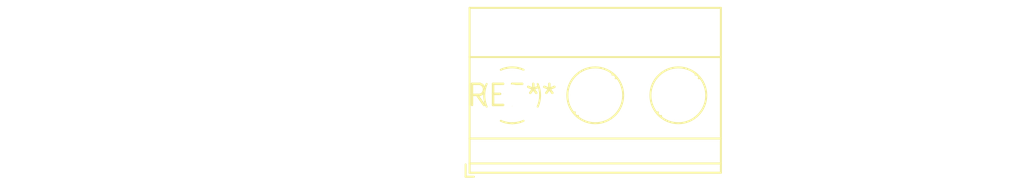
<source format=kicad_pcb>
(kicad_pcb (version 20240108) (generator pcbnew)
  (layers (0 "F.Cu" signal) (31 "B.Cu" signal) (34 "B.Paste" user) (35 "F.Paste" user) (36 "B.SilkS" user "B.Silkscreen") (37 "F.SilkS" user "F.Silkscreen") (38 "B.Mask" user) (39 "F.Mask" user) (44 "Edge.Cuts" user))
  (net 0 "")
  (footprint "TerminalBlock_Phoenix_MKDS-1,5-3_1x03_P5.00mm_Horizontal" (layer "F.Cu") (at 0 0)
    (property "Reference" "REF**")
    (property "Value" "TerminalBlock_Phoenix_MKDS-1,5-3_1x03_P5.00mm_Horizontal")
    (fp_line (start -2.8 4.16) (end -2.8 4.9) (layer "F.SilkS") (stroke (width 0.12)))
    (fp_line (start -2.8 4.9) (end -2.3 4.9) (layer "F.SilkS") (stroke (width 0.12)))
    (fp_line (start -2.56 -5.261) (end -2.56 4.66) (layer "F.SilkS") (stroke (width 0.12)))
    (fp_line (start -2.56 -5.261) (end 12.56 -5.261) (layer "F.SilkS") (stroke (width 0.12)))
    (fp_line (start -2.56 -2.301) (end 12.56 -2.301) (layer "F.SilkS") (stroke (width 0.12)))
    (fp_line (start -2.56 2.6) (end 12.56 2.6) (layer "F.SilkS") (stroke (width 0.12)))
    (fp_line (start -2.56 4.1) (end 12.56 4.1) (layer "F.SilkS") (stroke (width 0.12)))
    (fp_line (start -2.56 4.66) (end 12.56 4.66) (layer "F.SilkS") (stroke (width 0.12)))
    (fp_line (start 3.773 1.023) (end 3.726 1.069) (layer "F.SilkS") (stroke (width 0.12)))
    (fp_line (start 3.966 1.239) (end 3.931 1.274) (layer "F.SilkS") (stroke (width 0.12)))
    (fp_line (start 6.07 -1.275) (end 6.035 -1.239) (layer "F.SilkS") (stroke (width 0.12)))
    (fp_line (start 6.275 -1.069) (end 6.228 -1.023) (layer "F.SilkS") (stroke (width 0.12)))
    (fp_line (start 8.773 1.023) (end 8.726 1.069) (layer "F.SilkS") (stroke (width 0.12)))
    (fp_line (start 8.966 1.239) (end 8.931 1.274) (layer "F.SilkS") (stroke (width 0.12)))
    (fp_line (start 11.07 -1.275) (end 11.035 -1.239) (layer "F.SilkS") (stroke (width 0.12)))
    (fp_line (start 11.275 -1.069) (end 11.228 -1.023) (layer "F.SilkS") (stroke (width 0.12)))
    (fp_line (start 12.56 -5.261) (end 12.56 4.66) (layer "F.SilkS") (stroke (width 0.12)))
    (fp_arc (start -1.535427 0.683042) (mid -1.680501 -0.000524) (end -1.535 -0.684) (layer "F.SilkS") (stroke (width 0.12)))
    (fp_arc (start -0.683042 -1.535427) (mid 0.000524 -1.680501) (end 0.684 -1.535) (layer "F.SilkS") (stroke (width 0.12)))
    (fp_arc (start 0.028805 1.680253) (mid -0.335551 1.646659) (end -0.684 1.535) (layer "F.SilkS") (stroke (width 0.12)))
    (fp_arc (start 0.683318 1.534756) (mid 0.349292 1.643288) (end 0 1.68) (layer "F.SilkS") (stroke (width 0.12)))
    (fp_arc (start 1.535427 -0.683042) (mid 1.680501 0.000524) (end 1.535 0.684) (layer "F.SilkS") (stroke (width 0.12)))
    (fp_circle (center 5 0) (end 6.68 0) (layer "F.SilkS") (stroke (width 0.12)) (fill none))
    (fp_circle (center 10 0) (end 11.68 0) (layer "F.SilkS") (stroke (width 0.12)) (fill none))
    (pad "1" thru_hole rect (at 0 0) (size 2.6 2.6) (drill 1.3) (layers *.Cu *.Mask) (remove_unused_layers))
    (pad "2" thru_hole circle (at 5 0) (size 2.6 2.6) (drill 1.3) (layers *.Cu *.Mask) (remove_unused_layers))
    (pad "3" thru_hole circle (at 10 0) (size 2.6 2.6) (drill 1.3) (layers *.Cu *.Mask) (remove_unused_layers))
  )
)
</source>
